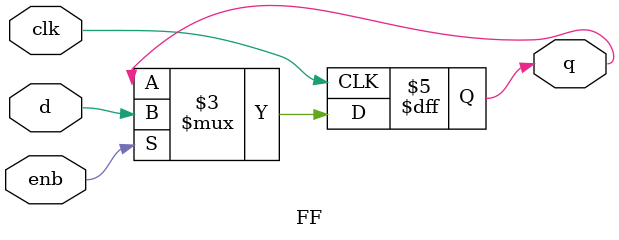
<source format=v>

/* flip flop tipo D de n bits disparado por flanco
   creciente de clk con entrada de habilitacion enb.
   */
module FF #(parameter BITS = 1)
(
    input clk,
    input enb,
    input [BITS-1:0] d,
    output reg [BITS-1:0] q
);

/* en cada flanco creciente se actualiza la salida
   q con el valor en d si la enb esta habilitado.
   */
always @(posedge clk) begin
    if (enb == 1'b1)
        q <= d;
end

endmodule
</source>
